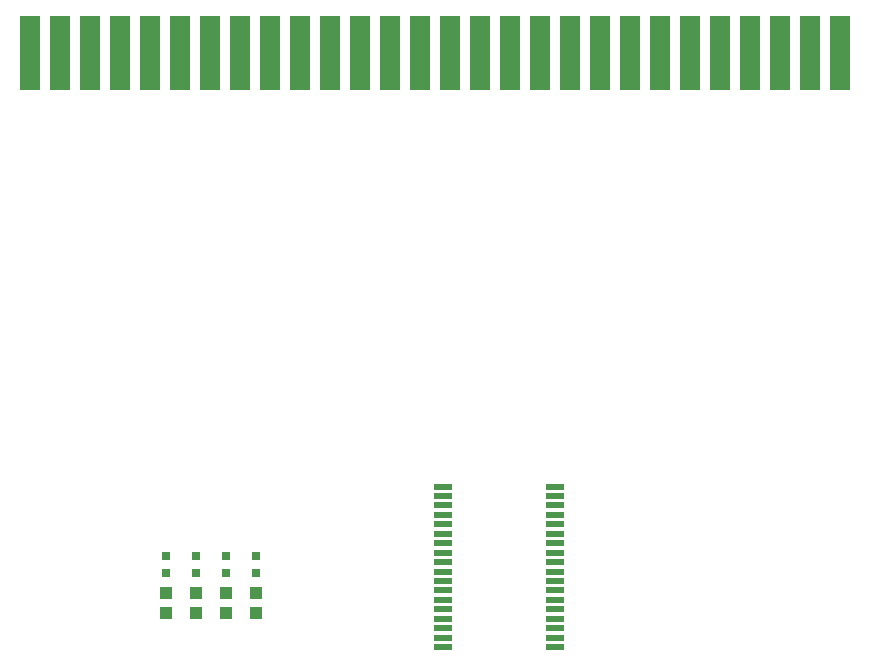
<source format=gtp>
G75*
%MOIN*%
%OFA0B0*%
%FSLAX25Y25*%
%IPPOS*%
%LPD*%
%AMOC8*
5,1,8,0,0,1.08239X$1,22.5*
%
%ADD10R,0.06500X0.25000*%
%ADD11R,0.05906X0.01969*%
%ADD12R,0.03150X0.03150*%
%ADD13R,0.03937X0.04331*%
D10*
X0209050Y0238800D03*
X0219050Y0238800D03*
X0229050Y0238800D03*
X0239050Y0238800D03*
X0249050Y0238800D03*
X0259050Y0238800D03*
X0269050Y0238800D03*
X0279050Y0238800D03*
X0289050Y0238800D03*
X0299050Y0238800D03*
X0309050Y0238800D03*
X0319050Y0238800D03*
X0329050Y0238800D03*
X0339050Y0238800D03*
X0349050Y0238800D03*
X0359050Y0238800D03*
X0369050Y0238800D03*
X0379050Y0238800D03*
X0389050Y0238800D03*
X0399050Y0238800D03*
X0409050Y0238800D03*
X0419050Y0238800D03*
X0429050Y0238800D03*
X0439050Y0238800D03*
X0449050Y0238800D03*
X0459050Y0238800D03*
X0469050Y0238800D03*
X0479050Y0238800D03*
D11*
X0383801Y0094272D03*
X0383801Y0091122D03*
X0383801Y0087972D03*
X0383801Y0084823D03*
X0383801Y0081673D03*
X0383801Y0078524D03*
X0383801Y0075374D03*
X0383801Y0072224D03*
X0383801Y0069075D03*
X0383801Y0065925D03*
X0383801Y0062776D03*
X0383801Y0059626D03*
X0383801Y0056476D03*
X0383801Y0053327D03*
X0383801Y0050177D03*
X0383801Y0047028D03*
X0383801Y0043878D03*
X0383801Y0040728D03*
X0346399Y0040728D03*
X0346399Y0043878D03*
X0346399Y0047028D03*
X0346399Y0050177D03*
X0346399Y0053327D03*
X0346399Y0056476D03*
X0346399Y0059626D03*
X0346399Y0062776D03*
X0346399Y0065925D03*
X0346399Y0069075D03*
X0346399Y0072224D03*
X0346399Y0075374D03*
X0346399Y0078524D03*
X0346399Y0081673D03*
X0346399Y0084823D03*
X0346399Y0087972D03*
X0346399Y0091122D03*
X0346399Y0094272D03*
D12*
X0284300Y0071253D03*
X0274300Y0071253D03*
X0274300Y0065347D03*
X0284300Y0065347D03*
X0264300Y0065347D03*
X0254300Y0065347D03*
X0254300Y0071253D03*
X0264300Y0071253D03*
D13*
X0254300Y0051954D03*
X0264300Y0051954D03*
X0264300Y0058646D03*
X0254300Y0058646D03*
X0274300Y0058646D03*
X0284300Y0058646D03*
X0284300Y0051954D03*
X0274300Y0051954D03*
M02*

</source>
